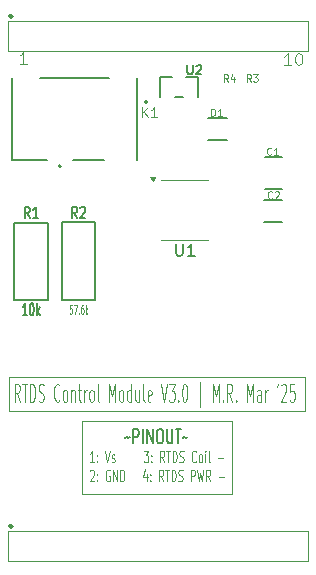
<source format=gbr>
%TF.GenerationSoftware,KiCad,Pcbnew,8.0.8*%
%TF.CreationDate,2025-03-19T16:23:09-04:00*%
%TF.ProjectId,RTDS Control Module V3.0,52544453-2043-46f6-9e74-726f6c204d6f,rev?*%
%TF.SameCoordinates,Original*%
%TF.FileFunction,Legend,Top*%
%TF.FilePolarity,Positive*%
%FSLAX46Y46*%
G04 Gerber Fmt 4.6, Leading zero omitted, Abs format (unit mm)*
G04 Created by KiCad (PCBNEW 8.0.8) date 2025-03-19 16:23:09*
%MOMM*%
%LPD*%
G01*
G04 APERTURE LIST*
%ADD10C,0.100000*%
%ADD11C,0.150000*%
%ADD12C,0.152400*%
%ADD13C,0.127000*%
%ADD14C,0.200000*%
%ADD15C,0.076200*%
%ADD16C,0.254000*%
%ADD17C,0.120000*%
G04 APERTURE END LIST*
D10*
X49600000Y-54250000D02*
X74700000Y-54250000D01*
X74700000Y-57150000D01*
X49600000Y-57150000D01*
X49600000Y-54250000D01*
X55800000Y-58050000D02*
X68500000Y-58050000D01*
X68500000Y-64150000D01*
X55800000Y-64150000D01*
X55800000Y-58050000D01*
X73485312Y-27872419D02*
X72913884Y-27872419D01*
X73199598Y-27872419D02*
X73199598Y-26872419D01*
X73199598Y-26872419D02*
X73104360Y-27015276D01*
X73104360Y-27015276D02*
X73009122Y-27110514D01*
X73009122Y-27110514D02*
X72913884Y-27158133D01*
X74104360Y-26872419D02*
X74199598Y-26872419D01*
X74199598Y-26872419D02*
X74294836Y-26920038D01*
X74294836Y-26920038D02*
X74342455Y-26967657D01*
X74342455Y-26967657D02*
X74390074Y-27062895D01*
X74390074Y-27062895D02*
X74437693Y-27253371D01*
X74437693Y-27253371D02*
X74437693Y-27491466D01*
X74437693Y-27491466D02*
X74390074Y-27681942D01*
X74390074Y-27681942D02*
X74342455Y-27777180D01*
X74342455Y-27777180D02*
X74294836Y-27824800D01*
X74294836Y-27824800D02*
X74199598Y-27872419D01*
X74199598Y-27872419D02*
X74104360Y-27872419D01*
X74104360Y-27872419D02*
X74009122Y-27824800D01*
X74009122Y-27824800D02*
X73961503Y-27777180D01*
X73961503Y-27777180D02*
X73913884Y-27681942D01*
X73913884Y-27681942D02*
X73866265Y-27491466D01*
X73866265Y-27491466D02*
X73866265Y-27253371D01*
X73866265Y-27253371D02*
X73913884Y-27062895D01*
X73913884Y-27062895D02*
X73961503Y-26967657D01*
X73961503Y-26967657D02*
X74009122Y-26920038D01*
X74009122Y-26920038D02*
X74104360Y-26872419D01*
X56822931Y-61512475D02*
X56480074Y-61512475D01*
X56651503Y-61512475D02*
X56651503Y-60512475D01*
X56651503Y-60512475D02*
X56594360Y-60655332D01*
X56594360Y-60655332D02*
X56537217Y-60750570D01*
X56537217Y-60750570D02*
X56480074Y-60798189D01*
X57080075Y-61417236D02*
X57108646Y-61464856D01*
X57108646Y-61464856D02*
X57080075Y-61512475D01*
X57080075Y-61512475D02*
X57051503Y-61464856D01*
X57051503Y-61464856D02*
X57080075Y-61417236D01*
X57080075Y-61417236D02*
X57080075Y-61512475D01*
X57080075Y-60893427D02*
X57108646Y-60941046D01*
X57108646Y-60941046D02*
X57080075Y-60988665D01*
X57080075Y-60988665D02*
X57051503Y-60941046D01*
X57051503Y-60941046D02*
X57080075Y-60893427D01*
X57080075Y-60893427D02*
X57080075Y-60988665D01*
X57737217Y-60512475D02*
X57937217Y-61512475D01*
X57937217Y-61512475D02*
X58137217Y-60512475D01*
X58308646Y-61464856D02*
X58365789Y-61512475D01*
X58365789Y-61512475D02*
X58480075Y-61512475D01*
X58480075Y-61512475D02*
X58537218Y-61464856D01*
X58537218Y-61464856D02*
X58565789Y-61369617D01*
X58565789Y-61369617D02*
X58565789Y-61321998D01*
X58565789Y-61321998D02*
X58537218Y-61226760D01*
X58537218Y-61226760D02*
X58480075Y-61179141D01*
X58480075Y-61179141D02*
X58394361Y-61179141D01*
X58394361Y-61179141D02*
X58337218Y-61131522D01*
X58337218Y-61131522D02*
X58308646Y-61036284D01*
X58308646Y-61036284D02*
X58308646Y-60988665D01*
X58308646Y-60988665D02*
X58337218Y-60893427D01*
X58337218Y-60893427D02*
X58394361Y-60845808D01*
X58394361Y-60845808D02*
X58480075Y-60845808D01*
X58480075Y-60845808D02*
X58537218Y-60893427D01*
X61051504Y-60512475D02*
X61422932Y-60512475D01*
X61422932Y-60512475D02*
X61222932Y-60893427D01*
X61222932Y-60893427D02*
X61308647Y-60893427D01*
X61308647Y-60893427D02*
X61365790Y-60941046D01*
X61365790Y-60941046D02*
X61394361Y-60988665D01*
X61394361Y-60988665D02*
X61422932Y-61083903D01*
X61422932Y-61083903D02*
X61422932Y-61321998D01*
X61422932Y-61321998D02*
X61394361Y-61417236D01*
X61394361Y-61417236D02*
X61365790Y-61464856D01*
X61365790Y-61464856D02*
X61308647Y-61512475D01*
X61308647Y-61512475D02*
X61137218Y-61512475D01*
X61137218Y-61512475D02*
X61080075Y-61464856D01*
X61080075Y-61464856D02*
X61051504Y-61417236D01*
X61680076Y-61417236D02*
X61708647Y-61464856D01*
X61708647Y-61464856D02*
X61680076Y-61512475D01*
X61680076Y-61512475D02*
X61651504Y-61464856D01*
X61651504Y-61464856D02*
X61680076Y-61417236D01*
X61680076Y-61417236D02*
X61680076Y-61512475D01*
X61680076Y-60893427D02*
X61708647Y-60941046D01*
X61708647Y-60941046D02*
X61680076Y-60988665D01*
X61680076Y-60988665D02*
X61651504Y-60941046D01*
X61651504Y-60941046D02*
X61680076Y-60893427D01*
X61680076Y-60893427D02*
X61680076Y-60988665D01*
X62765790Y-61512475D02*
X62565790Y-61036284D01*
X62422933Y-61512475D02*
X62422933Y-60512475D01*
X62422933Y-60512475D02*
X62651504Y-60512475D01*
X62651504Y-60512475D02*
X62708647Y-60560094D01*
X62708647Y-60560094D02*
X62737218Y-60607713D01*
X62737218Y-60607713D02*
X62765790Y-60702951D01*
X62765790Y-60702951D02*
X62765790Y-60845808D01*
X62765790Y-60845808D02*
X62737218Y-60941046D01*
X62737218Y-60941046D02*
X62708647Y-60988665D01*
X62708647Y-60988665D02*
X62651504Y-61036284D01*
X62651504Y-61036284D02*
X62422933Y-61036284D01*
X62937218Y-60512475D02*
X63280076Y-60512475D01*
X63108647Y-61512475D02*
X63108647Y-60512475D01*
X63480076Y-61512475D02*
X63480076Y-60512475D01*
X63480076Y-60512475D02*
X63622933Y-60512475D01*
X63622933Y-60512475D02*
X63708647Y-60560094D01*
X63708647Y-60560094D02*
X63765790Y-60655332D01*
X63765790Y-60655332D02*
X63794361Y-60750570D01*
X63794361Y-60750570D02*
X63822933Y-60941046D01*
X63822933Y-60941046D02*
X63822933Y-61083903D01*
X63822933Y-61083903D02*
X63794361Y-61274379D01*
X63794361Y-61274379D02*
X63765790Y-61369617D01*
X63765790Y-61369617D02*
X63708647Y-61464856D01*
X63708647Y-61464856D02*
X63622933Y-61512475D01*
X63622933Y-61512475D02*
X63480076Y-61512475D01*
X64051504Y-61464856D02*
X64137219Y-61512475D01*
X64137219Y-61512475D02*
X64280076Y-61512475D01*
X64280076Y-61512475D02*
X64337219Y-61464856D01*
X64337219Y-61464856D02*
X64365790Y-61417236D01*
X64365790Y-61417236D02*
X64394361Y-61321998D01*
X64394361Y-61321998D02*
X64394361Y-61226760D01*
X64394361Y-61226760D02*
X64365790Y-61131522D01*
X64365790Y-61131522D02*
X64337219Y-61083903D01*
X64337219Y-61083903D02*
X64280076Y-61036284D01*
X64280076Y-61036284D02*
X64165790Y-60988665D01*
X64165790Y-60988665D02*
X64108647Y-60941046D01*
X64108647Y-60941046D02*
X64080076Y-60893427D01*
X64080076Y-60893427D02*
X64051504Y-60798189D01*
X64051504Y-60798189D02*
X64051504Y-60702951D01*
X64051504Y-60702951D02*
X64080076Y-60607713D01*
X64080076Y-60607713D02*
X64108647Y-60560094D01*
X64108647Y-60560094D02*
X64165790Y-60512475D01*
X64165790Y-60512475D02*
X64308647Y-60512475D01*
X64308647Y-60512475D02*
X64394361Y-60560094D01*
X65451505Y-61417236D02*
X65422933Y-61464856D01*
X65422933Y-61464856D02*
X65337219Y-61512475D01*
X65337219Y-61512475D02*
X65280076Y-61512475D01*
X65280076Y-61512475D02*
X65194362Y-61464856D01*
X65194362Y-61464856D02*
X65137219Y-61369617D01*
X65137219Y-61369617D02*
X65108648Y-61274379D01*
X65108648Y-61274379D02*
X65080076Y-61083903D01*
X65080076Y-61083903D02*
X65080076Y-60941046D01*
X65080076Y-60941046D02*
X65108648Y-60750570D01*
X65108648Y-60750570D02*
X65137219Y-60655332D01*
X65137219Y-60655332D02*
X65194362Y-60560094D01*
X65194362Y-60560094D02*
X65280076Y-60512475D01*
X65280076Y-60512475D02*
X65337219Y-60512475D01*
X65337219Y-60512475D02*
X65422933Y-60560094D01*
X65422933Y-60560094D02*
X65451505Y-60607713D01*
X65794362Y-61512475D02*
X65737219Y-61464856D01*
X65737219Y-61464856D02*
X65708648Y-61417236D01*
X65708648Y-61417236D02*
X65680076Y-61321998D01*
X65680076Y-61321998D02*
X65680076Y-61036284D01*
X65680076Y-61036284D02*
X65708648Y-60941046D01*
X65708648Y-60941046D02*
X65737219Y-60893427D01*
X65737219Y-60893427D02*
X65794362Y-60845808D01*
X65794362Y-60845808D02*
X65880076Y-60845808D01*
X65880076Y-60845808D02*
X65937219Y-60893427D01*
X65937219Y-60893427D02*
X65965791Y-60941046D01*
X65965791Y-60941046D02*
X65994362Y-61036284D01*
X65994362Y-61036284D02*
X65994362Y-61321998D01*
X65994362Y-61321998D02*
X65965791Y-61417236D01*
X65965791Y-61417236D02*
X65937219Y-61464856D01*
X65937219Y-61464856D02*
X65880076Y-61512475D01*
X65880076Y-61512475D02*
X65794362Y-61512475D01*
X66251505Y-61512475D02*
X66251505Y-60845808D01*
X66251505Y-60512475D02*
X66222933Y-60560094D01*
X66222933Y-60560094D02*
X66251505Y-60607713D01*
X66251505Y-60607713D02*
X66280076Y-60560094D01*
X66280076Y-60560094D02*
X66251505Y-60512475D01*
X66251505Y-60512475D02*
X66251505Y-60607713D01*
X66622933Y-61512475D02*
X66565790Y-61464856D01*
X66565790Y-61464856D02*
X66537219Y-61369617D01*
X66537219Y-61369617D02*
X66537219Y-60512475D01*
X67308648Y-61131522D02*
X67765791Y-61131522D01*
X56480074Y-62217657D02*
X56508646Y-62170038D01*
X56508646Y-62170038D02*
X56565789Y-62122419D01*
X56565789Y-62122419D02*
X56708646Y-62122419D01*
X56708646Y-62122419D02*
X56765789Y-62170038D01*
X56765789Y-62170038D02*
X56794360Y-62217657D01*
X56794360Y-62217657D02*
X56822931Y-62312895D01*
X56822931Y-62312895D02*
X56822931Y-62408133D01*
X56822931Y-62408133D02*
X56794360Y-62550990D01*
X56794360Y-62550990D02*
X56451503Y-63122419D01*
X56451503Y-63122419D02*
X56822931Y-63122419D01*
X57080075Y-63027180D02*
X57108646Y-63074800D01*
X57108646Y-63074800D02*
X57080075Y-63122419D01*
X57080075Y-63122419D02*
X57051503Y-63074800D01*
X57051503Y-63074800D02*
X57080075Y-63027180D01*
X57080075Y-63027180D02*
X57080075Y-63122419D01*
X57080075Y-62503371D02*
X57108646Y-62550990D01*
X57108646Y-62550990D02*
X57080075Y-62598609D01*
X57080075Y-62598609D02*
X57051503Y-62550990D01*
X57051503Y-62550990D02*
X57080075Y-62503371D01*
X57080075Y-62503371D02*
X57080075Y-62598609D01*
X58137217Y-62170038D02*
X58080075Y-62122419D01*
X58080075Y-62122419D02*
X57994360Y-62122419D01*
X57994360Y-62122419D02*
X57908646Y-62170038D01*
X57908646Y-62170038D02*
X57851503Y-62265276D01*
X57851503Y-62265276D02*
X57822932Y-62360514D01*
X57822932Y-62360514D02*
X57794360Y-62550990D01*
X57794360Y-62550990D02*
X57794360Y-62693847D01*
X57794360Y-62693847D02*
X57822932Y-62884323D01*
X57822932Y-62884323D02*
X57851503Y-62979561D01*
X57851503Y-62979561D02*
X57908646Y-63074800D01*
X57908646Y-63074800D02*
X57994360Y-63122419D01*
X57994360Y-63122419D02*
X58051503Y-63122419D01*
X58051503Y-63122419D02*
X58137217Y-63074800D01*
X58137217Y-63074800D02*
X58165789Y-63027180D01*
X58165789Y-63027180D02*
X58165789Y-62693847D01*
X58165789Y-62693847D02*
X58051503Y-62693847D01*
X58422932Y-63122419D02*
X58422932Y-62122419D01*
X58422932Y-62122419D02*
X58765789Y-63122419D01*
X58765789Y-63122419D02*
X58765789Y-62122419D01*
X59051503Y-63122419D02*
X59051503Y-62122419D01*
X59051503Y-62122419D02*
X59194360Y-62122419D01*
X59194360Y-62122419D02*
X59280074Y-62170038D01*
X59280074Y-62170038D02*
X59337217Y-62265276D01*
X59337217Y-62265276D02*
X59365788Y-62360514D01*
X59365788Y-62360514D02*
X59394360Y-62550990D01*
X59394360Y-62550990D02*
X59394360Y-62693847D01*
X59394360Y-62693847D02*
X59365788Y-62884323D01*
X59365788Y-62884323D02*
X59337217Y-62979561D01*
X59337217Y-62979561D02*
X59280074Y-63074800D01*
X59280074Y-63074800D02*
X59194360Y-63122419D01*
X59194360Y-63122419D02*
X59051503Y-63122419D01*
X61280075Y-62455752D02*
X61280075Y-63122419D01*
X61137217Y-62074800D02*
X60994360Y-62789085D01*
X60994360Y-62789085D02*
X61365789Y-62789085D01*
X61594361Y-63027180D02*
X61622932Y-63074800D01*
X61622932Y-63074800D02*
X61594361Y-63122419D01*
X61594361Y-63122419D02*
X61565789Y-63074800D01*
X61565789Y-63074800D02*
X61594361Y-63027180D01*
X61594361Y-63027180D02*
X61594361Y-63122419D01*
X61594361Y-62503371D02*
X61622932Y-62550990D01*
X61622932Y-62550990D02*
X61594361Y-62598609D01*
X61594361Y-62598609D02*
X61565789Y-62550990D01*
X61565789Y-62550990D02*
X61594361Y-62503371D01*
X61594361Y-62503371D02*
X61594361Y-62598609D01*
X62680075Y-63122419D02*
X62480075Y-62646228D01*
X62337218Y-63122419D02*
X62337218Y-62122419D01*
X62337218Y-62122419D02*
X62565789Y-62122419D01*
X62565789Y-62122419D02*
X62622932Y-62170038D01*
X62622932Y-62170038D02*
X62651503Y-62217657D01*
X62651503Y-62217657D02*
X62680075Y-62312895D01*
X62680075Y-62312895D02*
X62680075Y-62455752D01*
X62680075Y-62455752D02*
X62651503Y-62550990D01*
X62651503Y-62550990D02*
X62622932Y-62598609D01*
X62622932Y-62598609D02*
X62565789Y-62646228D01*
X62565789Y-62646228D02*
X62337218Y-62646228D01*
X62851503Y-62122419D02*
X63194361Y-62122419D01*
X63022932Y-63122419D02*
X63022932Y-62122419D01*
X63394361Y-63122419D02*
X63394361Y-62122419D01*
X63394361Y-62122419D02*
X63537218Y-62122419D01*
X63537218Y-62122419D02*
X63622932Y-62170038D01*
X63622932Y-62170038D02*
X63680075Y-62265276D01*
X63680075Y-62265276D02*
X63708646Y-62360514D01*
X63708646Y-62360514D02*
X63737218Y-62550990D01*
X63737218Y-62550990D02*
X63737218Y-62693847D01*
X63737218Y-62693847D02*
X63708646Y-62884323D01*
X63708646Y-62884323D02*
X63680075Y-62979561D01*
X63680075Y-62979561D02*
X63622932Y-63074800D01*
X63622932Y-63074800D02*
X63537218Y-63122419D01*
X63537218Y-63122419D02*
X63394361Y-63122419D01*
X63965789Y-63074800D02*
X64051504Y-63122419D01*
X64051504Y-63122419D02*
X64194361Y-63122419D01*
X64194361Y-63122419D02*
X64251504Y-63074800D01*
X64251504Y-63074800D02*
X64280075Y-63027180D01*
X64280075Y-63027180D02*
X64308646Y-62931942D01*
X64308646Y-62931942D02*
X64308646Y-62836704D01*
X64308646Y-62836704D02*
X64280075Y-62741466D01*
X64280075Y-62741466D02*
X64251504Y-62693847D01*
X64251504Y-62693847D02*
X64194361Y-62646228D01*
X64194361Y-62646228D02*
X64080075Y-62598609D01*
X64080075Y-62598609D02*
X64022932Y-62550990D01*
X64022932Y-62550990D02*
X63994361Y-62503371D01*
X63994361Y-62503371D02*
X63965789Y-62408133D01*
X63965789Y-62408133D02*
X63965789Y-62312895D01*
X63965789Y-62312895D02*
X63994361Y-62217657D01*
X63994361Y-62217657D02*
X64022932Y-62170038D01*
X64022932Y-62170038D02*
X64080075Y-62122419D01*
X64080075Y-62122419D02*
X64222932Y-62122419D01*
X64222932Y-62122419D02*
X64308646Y-62170038D01*
X65022933Y-63122419D02*
X65022933Y-62122419D01*
X65022933Y-62122419D02*
X65251504Y-62122419D01*
X65251504Y-62122419D02*
X65308647Y-62170038D01*
X65308647Y-62170038D02*
X65337218Y-62217657D01*
X65337218Y-62217657D02*
X65365790Y-62312895D01*
X65365790Y-62312895D02*
X65365790Y-62455752D01*
X65365790Y-62455752D02*
X65337218Y-62550990D01*
X65337218Y-62550990D02*
X65308647Y-62598609D01*
X65308647Y-62598609D02*
X65251504Y-62646228D01*
X65251504Y-62646228D02*
X65022933Y-62646228D01*
X65565790Y-62122419D02*
X65708647Y-63122419D01*
X65708647Y-63122419D02*
X65822933Y-62408133D01*
X65822933Y-62408133D02*
X65937218Y-63122419D01*
X65937218Y-63122419D02*
X66080076Y-62122419D01*
X66651504Y-63122419D02*
X66451504Y-62646228D01*
X66308647Y-63122419D02*
X66308647Y-62122419D01*
X66308647Y-62122419D02*
X66537218Y-62122419D01*
X66537218Y-62122419D02*
X66594361Y-62170038D01*
X66594361Y-62170038D02*
X66622932Y-62217657D01*
X66622932Y-62217657D02*
X66651504Y-62312895D01*
X66651504Y-62312895D02*
X66651504Y-62455752D01*
X66651504Y-62455752D02*
X66622932Y-62550990D01*
X66622932Y-62550990D02*
X66594361Y-62598609D01*
X66594361Y-62598609D02*
X66537218Y-62646228D01*
X66537218Y-62646228D02*
X66308647Y-62646228D01*
X67365790Y-62741466D02*
X67822933Y-62741466D01*
D11*
X59456065Y-59438200D02*
X59494160Y-59381057D01*
X59494160Y-59381057D02*
X59570351Y-59323914D01*
X59570351Y-59323914D02*
X59722732Y-59438200D01*
X59722732Y-59438200D02*
X59798922Y-59381057D01*
X59798922Y-59381057D02*
X59837017Y-59323914D01*
X60141780Y-59895342D02*
X60141780Y-58695342D01*
X60141780Y-58695342D02*
X60446542Y-58695342D01*
X60446542Y-58695342D02*
X60522732Y-58752485D01*
X60522732Y-58752485D02*
X60560827Y-58809628D01*
X60560827Y-58809628D02*
X60598923Y-58923914D01*
X60598923Y-58923914D02*
X60598923Y-59095342D01*
X60598923Y-59095342D02*
X60560827Y-59209628D01*
X60560827Y-59209628D02*
X60522732Y-59266771D01*
X60522732Y-59266771D02*
X60446542Y-59323914D01*
X60446542Y-59323914D02*
X60141780Y-59323914D01*
X60941780Y-59895342D02*
X60941780Y-58695342D01*
X61322732Y-59895342D02*
X61322732Y-58695342D01*
X61322732Y-58695342D02*
X61779875Y-59895342D01*
X61779875Y-59895342D02*
X61779875Y-58695342D01*
X62313208Y-58695342D02*
X62465589Y-58695342D01*
X62465589Y-58695342D02*
X62541779Y-58752485D01*
X62541779Y-58752485D02*
X62617970Y-58866771D01*
X62617970Y-58866771D02*
X62656065Y-59095342D01*
X62656065Y-59095342D02*
X62656065Y-59495342D01*
X62656065Y-59495342D02*
X62617970Y-59723914D01*
X62617970Y-59723914D02*
X62541779Y-59838200D01*
X62541779Y-59838200D02*
X62465589Y-59895342D01*
X62465589Y-59895342D02*
X62313208Y-59895342D01*
X62313208Y-59895342D02*
X62237017Y-59838200D01*
X62237017Y-59838200D02*
X62160827Y-59723914D01*
X62160827Y-59723914D02*
X62122731Y-59495342D01*
X62122731Y-59495342D02*
X62122731Y-59095342D01*
X62122731Y-59095342D02*
X62160827Y-58866771D01*
X62160827Y-58866771D02*
X62237017Y-58752485D01*
X62237017Y-58752485D02*
X62313208Y-58695342D01*
X62998922Y-58695342D02*
X62998922Y-59666771D01*
X62998922Y-59666771D02*
X63037017Y-59781057D01*
X63037017Y-59781057D02*
X63075112Y-59838200D01*
X63075112Y-59838200D02*
X63151303Y-59895342D01*
X63151303Y-59895342D02*
X63303684Y-59895342D01*
X63303684Y-59895342D02*
X63379874Y-59838200D01*
X63379874Y-59838200D02*
X63417969Y-59781057D01*
X63417969Y-59781057D02*
X63456065Y-59666771D01*
X63456065Y-59666771D02*
X63456065Y-58695342D01*
X63722731Y-58695342D02*
X64179874Y-58695342D01*
X63951302Y-59895342D02*
X63951302Y-58695342D01*
X64332255Y-59438200D02*
X64370350Y-59381057D01*
X64370350Y-59381057D02*
X64446541Y-59323914D01*
X64446541Y-59323914D02*
X64598922Y-59438200D01*
X64598922Y-59438200D02*
X64675112Y-59381057D01*
X64675112Y-59381057D02*
X64713207Y-59323914D01*
X51142856Y-49054819D02*
X50799999Y-49054819D01*
X50971428Y-49054819D02*
X50971428Y-48054819D01*
X50971428Y-48054819D02*
X50914285Y-48197676D01*
X50914285Y-48197676D02*
X50857142Y-48292914D01*
X50857142Y-48292914D02*
X50799999Y-48340533D01*
X51514285Y-48054819D02*
X51571428Y-48054819D01*
X51571428Y-48054819D02*
X51628571Y-48102438D01*
X51628571Y-48102438D02*
X51657143Y-48150057D01*
X51657143Y-48150057D02*
X51685714Y-48245295D01*
X51685714Y-48245295D02*
X51714285Y-48435771D01*
X51714285Y-48435771D02*
X51714285Y-48673866D01*
X51714285Y-48673866D02*
X51685714Y-48864342D01*
X51685714Y-48864342D02*
X51657143Y-48959580D01*
X51657143Y-48959580D02*
X51628571Y-49007200D01*
X51628571Y-49007200D02*
X51571428Y-49054819D01*
X51571428Y-49054819D02*
X51514285Y-49054819D01*
X51514285Y-49054819D02*
X51457143Y-49007200D01*
X51457143Y-49007200D02*
X51428571Y-48959580D01*
X51428571Y-48959580D02*
X51400000Y-48864342D01*
X51400000Y-48864342D02*
X51371428Y-48673866D01*
X51371428Y-48673866D02*
X51371428Y-48435771D01*
X51371428Y-48435771D02*
X51400000Y-48245295D01*
X51400000Y-48245295D02*
X51428571Y-48150057D01*
X51428571Y-48150057D02*
X51457143Y-48102438D01*
X51457143Y-48102438D02*
X51514285Y-48054819D01*
X51971429Y-49054819D02*
X51971429Y-48054819D01*
X52028572Y-48673866D02*
X52200000Y-49054819D01*
X52200000Y-48388152D02*
X51971429Y-48769104D01*
D10*
X51101503Y-27772419D02*
X50530075Y-27772419D01*
X50815789Y-27772419D02*
X50815789Y-26772419D01*
X50815789Y-26772419D02*
X50720551Y-26915276D01*
X50720551Y-26915276D02*
X50625313Y-27010514D01*
X50625313Y-27010514D02*
X50530075Y-27058133D01*
X50522931Y-56361228D02*
X50272931Y-55646942D01*
X50094360Y-56361228D02*
X50094360Y-54861228D01*
X50094360Y-54861228D02*
X50380074Y-54861228D01*
X50380074Y-54861228D02*
X50451503Y-54932657D01*
X50451503Y-54932657D02*
X50487217Y-55004085D01*
X50487217Y-55004085D02*
X50522931Y-55146942D01*
X50522931Y-55146942D02*
X50522931Y-55361228D01*
X50522931Y-55361228D02*
X50487217Y-55504085D01*
X50487217Y-55504085D02*
X50451503Y-55575514D01*
X50451503Y-55575514D02*
X50380074Y-55646942D01*
X50380074Y-55646942D02*
X50094360Y-55646942D01*
X50737217Y-54861228D02*
X51165789Y-54861228D01*
X50951503Y-56361228D02*
X50951503Y-54861228D01*
X51415789Y-56361228D02*
X51415789Y-54861228D01*
X51415789Y-54861228D02*
X51594360Y-54861228D01*
X51594360Y-54861228D02*
X51701503Y-54932657D01*
X51701503Y-54932657D02*
X51772932Y-55075514D01*
X51772932Y-55075514D02*
X51808646Y-55218371D01*
X51808646Y-55218371D02*
X51844360Y-55504085D01*
X51844360Y-55504085D02*
X51844360Y-55718371D01*
X51844360Y-55718371D02*
X51808646Y-56004085D01*
X51808646Y-56004085D02*
X51772932Y-56146942D01*
X51772932Y-56146942D02*
X51701503Y-56289800D01*
X51701503Y-56289800D02*
X51594360Y-56361228D01*
X51594360Y-56361228D02*
X51415789Y-56361228D01*
X52130075Y-56289800D02*
X52237218Y-56361228D01*
X52237218Y-56361228D02*
X52415789Y-56361228D01*
X52415789Y-56361228D02*
X52487218Y-56289800D01*
X52487218Y-56289800D02*
X52522932Y-56218371D01*
X52522932Y-56218371D02*
X52558646Y-56075514D01*
X52558646Y-56075514D02*
X52558646Y-55932657D01*
X52558646Y-55932657D02*
X52522932Y-55789800D01*
X52522932Y-55789800D02*
X52487218Y-55718371D01*
X52487218Y-55718371D02*
X52415789Y-55646942D01*
X52415789Y-55646942D02*
X52272932Y-55575514D01*
X52272932Y-55575514D02*
X52201503Y-55504085D01*
X52201503Y-55504085D02*
X52165789Y-55432657D01*
X52165789Y-55432657D02*
X52130075Y-55289800D01*
X52130075Y-55289800D02*
X52130075Y-55146942D01*
X52130075Y-55146942D02*
X52165789Y-55004085D01*
X52165789Y-55004085D02*
X52201503Y-54932657D01*
X52201503Y-54932657D02*
X52272932Y-54861228D01*
X52272932Y-54861228D02*
X52451503Y-54861228D01*
X52451503Y-54861228D02*
X52558646Y-54932657D01*
X53880075Y-56218371D02*
X53844361Y-56289800D01*
X53844361Y-56289800D02*
X53737218Y-56361228D01*
X53737218Y-56361228D02*
X53665790Y-56361228D01*
X53665790Y-56361228D02*
X53558647Y-56289800D01*
X53558647Y-56289800D02*
X53487218Y-56146942D01*
X53487218Y-56146942D02*
X53451504Y-56004085D01*
X53451504Y-56004085D02*
X53415790Y-55718371D01*
X53415790Y-55718371D02*
X53415790Y-55504085D01*
X53415790Y-55504085D02*
X53451504Y-55218371D01*
X53451504Y-55218371D02*
X53487218Y-55075514D01*
X53487218Y-55075514D02*
X53558647Y-54932657D01*
X53558647Y-54932657D02*
X53665790Y-54861228D01*
X53665790Y-54861228D02*
X53737218Y-54861228D01*
X53737218Y-54861228D02*
X53844361Y-54932657D01*
X53844361Y-54932657D02*
X53880075Y-55004085D01*
X54308647Y-56361228D02*
X54237218Y-56289800D01*
X54237218Y-56289800D02*
X54201504Y-56218371D01*
X54201504Y-56218371D02*
X54165790Y-56075514D01*
X54165790Y-56075514D02*
X54165790Y-55646942D01*
X54165790Y-55646942D02*
X54201504Y-55504085D01*
X54201504Y-55504085D02*
X54237218Y-55432657D01*
X54237218Y-55432657D02*
X54308647Y-55361228D01*
X54308647Y-55361228D02*
X54415790Y-55361228D01*
X54415790Y-55361228D02*
X54487218Y-55432657D01*
X54487218Y-55432657D02*
X54522933Y-55504085D01*
X54522933Y-55504085D02*
X54558647Y-55646942D01*
X54558647Y-55646942D02*
X54558647Y-56075514D01*
X54558647Y-56075514D02*
X54522933Y-56218371D01*
X54522933Y-56218371D02*
X54487218Y-56289800D01*
X54487218Y-56289800D02*
X54415790Y-56361228D01*
X54415790Y-56361228D02*
X54308647Y-56361228D01*
X54880075Y-55361228D02*
X54880075Y-56361228D01*
X54880075Y-55504085D02*
X54915789Y-55432657D01*
X54915789Y-55432657D02*
X54987218Y-55361228D01*
X54987218Y-55361228D02*
X55094361Y-55361228D01*
X55094361Y-55361228D02*
X55165789Y-55432657D01*
X55165789Y-55432657D02*
X55201504Y-55575514D01*
X55201504Y-55575514D02*
X55201504Y-56361228D01*
X55451503Y-55361228D02*
X55737217Y-55361228D01*
X55558646Y-54861228D02*
X55558646Y-56146942D01*
X55558646Y-56146942D02*
X55594360Y-56289800D01*
X55594360Y-56289800D02*
X55665789Y-56361228D01*
X55665789Y-56361228D02*
X55737217Y-56361228D01*
X55987217Y-56361228D02*
X55987217Y-55361228D01*
X55987217Y-55646942D02*
X56022931Y-55504085D01*
X56022931Y-55504085D02*
X56058646Y-55432657D01*
X56058646Y-55432657D02*
X56130074Y-55361228D01*
X56130074Y-55361228D02*
X56201503Y-55361228D01*
X56558646Y-56361228D02*
X56487217Y-56289800D01*
X56487217Y-56289800D02*
X56451503Y-56218371D01*
X56451503Y-56218371D02*
X56415789Y-56075514D01*
X56415789Y-56075514D02*
X56415789Y-55646942D01*
X56415789Y-55646942D02*
X56451503Y-55504085D01*
X56451503Y-55504085D02*
X56487217Y-55432657D01*
X56487217Y-55432657D02*
X56558646Y-55361228D01*
X56558646Y-55361228D02*
X56665789Y-55361228D01*
X56665789Y-55361228D02*
X56737217Y-55432657D01*
X56737217Y-55432657D02*
X56772932Y-55504085D01*
X56772932Y-55504085D02*
X56808646Y-55646942D01*
X56808646Y-55646942D02*
X56808646Y-56075514D01*
X56808646Y-56075514D02*
X56772932Y-56218371D01*
X56772932Y-56218371D02*
X56737217Y-56289800D01*
X56737217Y-56289800D02*
X56665789Y-56361228D01*
X56665789Y-56361228D02*
X56558646Y-56361228D01*
X57237217Y-56361228D02*
X57165788Y-56289800D01*
X57165788Y-56289800D02*
X57130074Y-56146942D01*
X57130074Y-56146942D02*
X57130074Y-54861228D01*
X58094360Y-56361228D02*
X58094360Y-54861228D01*
X58094360Y-54861228D02*
X58344360Y-55932657D01*
X58344360Y-55932657D02*
X58594360Y-54861228D01*
X58594360Y-54861228D02*
X58594360Y-56361228D01*
X59058646Y-56361228D02*
X58987217Y-56289800D01*
X58987217Y-56289800D02*
X58951503Y-56218371D01*
X58951503Y-56218371D02*
X58915789Y-56075514D01*
X58915789Y-56075514D02*
X58915789Y-55646942D01*
X58915789Y-55646942D02*
X58951503Y-55504085D01*
X58951503Y-55504085D02*
X58987217Y-55432657D01*
X58987217Y-55432657D02*
X59058646Y-55361228D01*
X59058646Y-55361228D02*
X59165789Y-55361228D01*
X59165789Y-55361228D02*
X59237217Y-55432657D01*
X59237217Y-55432657D02*
X59272932Y-55504085D01*
X59272932Y-55504085D02*
X59308646Y-55646942D01*
X59308646Y-55646942D02*
X59308646Y-56075514D01*
X59308646Y-56075514D02*
X59272932Y-56218371D01*
X59272932Y-56218371D02*
X59237217Y-56289800D01*
X59237217Y-56289800D02*
X59165789Y-56361228D01*
X59165789Y-56361228D02*
X59058646Y-56361228D01*
X59951503Y-56361228D02*
X59951503Y-54861228D01*
X59951503Y-56289800D02*
X59880074Y-56361228D01*
X59880074Y-56361228D02*
X59737217Y-56361228D01*
X59737217Y-56361228D02*
X59665788Y-56289800D01*
X59665788Y-56289800D02*
X59630074Y-56218371D01*
X59630074Y-56218371D02*
X59594360Y-56075514D01*
X59594360Y-56075514D02*
X59594360Y-55646942D01*
X59594360Y-55646942D02*
X59630074Y-55504085D01*
X59630074Y-55504085D02*
X59665788Y-55432657D01*
X59665788Y-55432657D02*
X59737217Y-55361228D01*
X59737217Y-55361228D02*
X59880074Y-55361228D01*
X59880074Y-55361228D02*
X59951503Y-55432657D01*
X60630074Y-55361228D02*
X60630074Y-56361228D01*
X60308645Y-55361228D02*
X60308645Y-56146942D01*
X60308645Y-56146942D02*
X60344359Y-56289800D01*
X60344359Y-56289800D02*
X60415788Y-56361228D01*
X60415788Y-56361228D02*
X60522931Y-56361228D01*
X60522931Y-56361228D02*
X60594359Y-56289800D01*
X60594359Y-56289800D02*
X60630074Y-56218371D01*
X61094359Y-56361228D02*
X61022930Y-56289800D01*
X61022930Y-56289800D02*
X60987216Y-56146942D01*
X60987216Y-56146942D02*
X60987216Y-54861228D01*
X61665787Y-56289800D02*
X61594359Y-56361228D01*
X61594359Y-56361228D02*
X61451502Y-56361228D01*
X61451502Y-56361228D02*
X61380073Y-56289800D01*
X61380073Y-56289800D02*
X61344359Y-56146942D01*
X61344359Y-56146942D02*
X61344359Y-55575514D01*
X61344359Y-55575514D02*
X61380073Y-55432657D01*
X61380073Y-55432657D02*
X61451502Y-55361228D01*
X61451502Y-55361228D02*
X61594359Y-55361228D01*
X61594359Y-55361228D02*
X61665787Y-55432657D01*
X61665787Y-55432657D02*
X61701502Y-55575514D01*
X61701502Y-55575514D02*
X61701502Y-55718371D01*
X61701502Y-55718371D02*
X61344359Y-55861228D01*
X62487216Y-54861228D02*
X62737216Y-56361228D01*
X62737216Y-56361228D02*
X62987216Y-54861228D01*
X63165787Y-54861228D02*
X63630073Y-54861228D01*
X63630073Y-54861228D02*
X63380073Y-55432657D01*
X63380073Y-55432657D02*
X63487216Y-55432657D01*
X63487216Y-55432657D02*
X63558645Y-55504085D01*
X63558645Y-55504085D02*
X63594359Y-55575514D01*
X63594359Y-55575514D02*
X63630073Y-55718371D01*
X63630073Y-55718371D02*
X63630073Y-56075514D01*
X63630073Y-56075514D02*
X63594359Y-56218371D01*
X63594359Y-56218371D02*
X63558645Y-56289800D01*
X63558645Y-56289800D02*
X63487216Y-56361228D01*
X63487216Y-56361228D02*
X63272930Y-56361228D01*
X63272930Y-56361228D02*
X63201502Y-56289800D01*
X63201502Y-56289800D02*
X63165787Y-56218371D01*
X63951502Y-56218371D02*
X63987216Y-56289800D01*
X63987216Y-56289800D02*
X63951502Y-56361228D01*
X63951502Y-56361228D02*
X63915788Y-56289800D01*
X63915788Y-56289800D02*
X63951502Y-56218371D01*
X63951502Y-56218371D02*
X63951502Y-56361228D01*
X64451502Y-54861228D02*
X64522931Y-54861228D01*
X64522931Y-54861228D02*
X64594359Y-54932657D01*
X64594359Y-54932657D02*
X64630074Y-55004085D01*
X64630074Y-55004085D02*
X64665788Y-55146942D01*
X64665788Y-55146942D02*
X64701502Y-55432657D01*
X64701502Y-55432657D02*
X64701502Y-55789800D01*
X64701502Y-55789800D02*
X64665788Y-56075514D01*
X64665788Y-56075514D02*
X64630074Y-56218371D01*
X64630074Y-56218371D02*
X64594359Y-56289800D01*
X64594359Y-56289800D02*
X64522931Y-56361228D01*
X64522931Y-56361228D02*
X64451502Y-56361228D01*
X64451502Y-56361228D02*
X64380074Y-56289800D01*
X64380074Y-56289800D02*
X64344359Y-56218371D01*
X64344359Y-56218371D02*
X64308645Y-56075514D01*
X64308645Y-56075514D02*
X64272931Y-55789800D01*
X64272931Y-55789800D02*
X64272931Y-55432657D01*
X64272931Y-55432657D02*
X64308645Y-55146942D01*
X64308645Y-55146942D02*
X64344359Y-55004085D01*
X64344359Y-55004085D02*
X64380074Y-54932657D01*
X64380074Y-54932657D02*
X64451502Y-54861228D01*
X65772931Y-56861228D02*
X65772931Y-54718371D01*
X66880075Y-56361228D02*
X66880075Y-54861228D01*
X66880075Y-54861228D02*
X67130075Y-55932657D01*
X67130075Y-55932657D02*
X67380075Y-54861228D01*
X67380075Y-54861228D02*
X67380075Y-56361228D01*
X67737218Y-56218371D02*
X67772932Y-56289800D01*
X67772932Y-56289800D02*
X67737218Y-56361228D01*
X67737218Y-56361228D02*
X67701504Y-56289800D01*
X67701504Y-56289800D02*
X67737218Y-56218371D01*
X67737218Y-56218371D02*
X67737218Y-56361228D01*
X68522932Y-56361228D02*
X68272932Y-55646942D01*
X68094361Y-56361228D02*
X68094361Y-54861228D01*
X68094361Y-54861228D02*
X68380075Y-54861228D01*
X68380075Y-54861228D02*
X68451504Y-54932657D01*
X68451504Y-54932657D02*
X68487218Y-55004085D01*
X68487218Y-55004085D02*
X68522932Y-55146942D01*
X68522932Y-55146942D02*
X68522932Y-55361228D01*
X68522932Y-55361228D02*
X68487218Y-55504085D01*
X68487218Y-55504085D02*
X68451504Y-55575514D01*
X68451504Y-55575514D02*
X68380075Y-55646942D01*
X68380075Y-55646942D02*
X68094361Y-55646942D01*
X68844361Y-56218371D02*
X68880075Y-56289800D01*
X68880075Y-56289800D02*
X68844361Y-56361228D01*
X68844361Y-56361228D02*
X68808647Y-56289800D01*
X68808647Y-56289800D02*
X68844361Y-56218371D01*
X68844361Y-56218371D02*
X68844361Y-56361228D01*
X69772933Y-56361228D02*
X69772933Y-54861228D01*
X69772933Y-54861228D02*
X70022933Y-55932657D01*
X70022933Y-55932657D02*
X70272933Y-54861228D01*
X70272933Y-54861228D02*
X70272933Y-56361228D01*
X70951505Y-56361228D02*
X70951505Y-55575514D01*
X70951505Y-55575514D02*
X70915790Y-55432657D01*
X70915790Y-55432657D02*
X70844362Y-55361228D01*
X70844362Y-55361228D02*
X70701505Y-55361228D01*
X70701505Y-55361228D02*
X70630076Y-55432657D01*
X70951505Y-56289800D02*
X70880076Y-56361228D01*
X70880076Y-56361228D02*
X70701505Y-56361228D01*
X70701505Y-56361228D02*
X70630076Y-56289800D01*
X70630076Y-56289800D02*
X70594362Y-56146942D01*
X70594362Y-56146942D02*
X70594362Y-56004085D01*
X70594362Y-56004085D02*
X70630076Y-55861228D01*
X70630076Y-55861228D02*
X70701505Y-55789800D01*
X70701505Y-55789800D02*
X70880076Y-55789800D01*
X70880076Y-55789800D02*
X70951505Y-55718371D01*
X71308647Y-56361228D02*
X71308647Y-55361228D01*
X71308647Y-55646942D02*
X71344361Y-55504085D01*
X71344361Y-55504085D02*
X71380076Y-55432657D01*
X71380076Y-55432657D02*
X71451504Y-55361228D01*
X71451504Y-55361228D02*
X71522933Y-55361228D01*
X72380076Y-54861228D02*
X72308648Y-55146942D01*
X72665791Y-55004085D02*
X72701505Y-54932657D01*
X72701505Y-54932657D02*
X72772934Y-54861228D01*
X72772934Y-54861228D02*
X72951505Y-54861228D01*
X72951505Y-54861228D02*
X73022934Y-54932657D01*
X73022934Y-54932657D02*
X73058648Y-55004085D01*
X73058648Y-55004085D02*
X73094362Y-55146942D01*
X73094362Y-55146942D02*
X73094362Y-55289800D01*
X73094362Y-55289800D02*
X73058648Y-55504085D01*
X73058648Y-55504085D02*
X72630076Y-56361228D01*
X72630076Y-56361228D02*
X73094362Y-56361228D01*
X73772934Y-54861228D02*
X73415791Y-54861228D01*
X73415791Y-54861228D02*
X73380077Y-55575514D01*
X73380077Y-55575514D02*
X73415791Y-55504085D01*
X73415791Y-55504085D02*
X73487220Y-55432657D01*
X73487220Y-55432657D02*
X73665791Y-55432657D01*
X73665791Y-55432657D02*
X73737220Y-55504085D01*
X73737220Y-55504085D02*
X73772934Y-55575514D01*
X73772934Y-55575514D02*
X73808648Y-55718371D01*
X73808648Y-55718371D02*
X73808648Y-56075514D01*
X73808648Y-56075514D02*
X73772934Y-56218371D01*
X73772934Y-56218371D02*
X73737220Y-56289800D01*
X73737220Y-56289800D02*
X73665791Y-56361228D01*
X73665791Y-56361228D02*
X73487220Y-56361228D01*
X73487220Y-56361228D02*
X73415791Y-56289800D01*
X73415791Y-56289800D02*
X73380077Y-56218371D01*
X54957143Y-48191764D02*
X54766667Y-48191764D01*
X54766667Y-48191764D02*
X54747619Y-48548907D01*
X54747619Y-48548907D02*
X54766667Y-48513192D01*
X54766667Y-48513192D02*
X54804762Y-48477478D01*
X54804762Y-48477478D02*
X54900000Y-48477478D01*
X54900000Y-48477478D02*
X54938095Y-48513192D01*
X54938095Y-48513192D02*
X54957143Y-48548907D01*
X54957143Y-48548907D02*
X54976190Y-48620335D01*
X54976190Y-48620335D02*
X54976190Y-48798907D01*
X54976190Y-48798907D02*
X54957143Y-48870335D01*
X54957143Y-48870335D02*
X54938095Y-48906050D01*
X54938095Y-48906050D02*
X54900000Y-48941764D01*
X54900000Y-48941764D02*
X54804762Y-48941764D01*
X54804762Y-48941764D02*
X54766667Y-48906050D01*
X54766667Y-48906050D02*
X54747619Y-48870335D01*
X55109523Y-48191764D02*
X55376190Y-48191764D01*
X55376190Y-48191764D02*
X55204761Y-48941764D01*
X55528571Y-48870335D02*
X55547618Y-48906050D01*
X55547618Y-48906050D02*
X55528571Y-48941764D01*
X55528571Y-48941764D02*
X55509523Y-48906050D01*
X55509523Y-48906050D02*
X55528571Y-48870335D01*
X55528571Y-48870335D02*
X55528571Y-48941764D01*
X55890475Y-48191764D02*
X55814285Y-48191764D01*
X55814285Y-48191764D02*
X55776189Y-48227478D01*
X55776189Y-48227478D02*
X55757142Y-48263192D01*
X55757142Y-48263192D02*
X55719047Y-48370335D01*
X55719047Y-48370335D02*
X55699999Y-48513192D01*
X55699999Y-48513192D02*
X55699999Y-48798907D01*
X55699999Y-48798907D02*
X55719047Y-48870335D01*
X55719047Y-48870335D02*
X55738094Y-48906050D01*
X55738094Y-48906050D02*
X55776189Y-48941764D01*
X55776189Y-48941764D02*
X55852380Y-48941764D01*
X55852380Y-48941764D02*
X55890475Y-48906050D01*
X55890475Y-48906050D02*
X55909523Y-48870335D01*
X55909523Y-48870335D02*
X55928570Y-48798907D01*
X55928570Y-48798907D02*
X55928570Y-48620335D01*
X55928570Y-48620335D02*
X55909523Y-48548907D01*
X55909523Y-48548907D02*
X55890475Y-48513192D01*
X55890475Y-48513192D02*
X55852380Y-48477478D01*
X55852380Y-48477478D02*
X55776189Y-48477478D01*
X55776189Y-48477478D02*
X55738094Y-48513192D01*
X55738094Y-48513192D02*
X55719047Y-48548907D01*
X55719047Y-48548907D02*
X55699999Y-48620335D01*
X56099999Y-48941764D02*
X56099999Y-48191764D01*
X56138094Y-48656050D02*
X56252380Y-48941764D01*
X56252380Y-48441764D02*
X56099999Y-48727478D01*
X68150000Y-29272371D02*
X67950000Y-28986657D01*
X67807143Y-29272371D02*
X67807143Y-28672371D01*
X67807143Y-28672371D02*
X68035714Y-28672371D01*
X68035714Y-28672371D02*
X68092857Y-28700942D01*
X68092857Y-28700942D02*
X68121428Y-28729514D01*
X68121428Y-28729514D02*
X68150000Y-28786657D01*
X68150000Y-28786657D02*
X68150000Y-28872371D01*
X68150000Y-28872371D02*
X68121428Y-28929514D01*
X68121428Y-28929514D02*
X68092857Y-28958085D01*
X68092857Y-28958085D02*
X68035714Y-28986657D01*
X68035714Y-28986657D02*
X67807143Y-28986657D01*
X68664286Y-28872371D02*
X68664286Y-29272371D01*
X68521428Y-28643800D02*
X68378571Y-29072371D01*
X68378571Y-29072371D02*
X68750000Y-29072371D01*
D11*
X64728571Y-27889164D02*
X64728571Y-28496307D01*
X64728571Y-28496307D02*
X64764285Y-28567735D01*
X64764285Y-28567735D02*
X64800000Y-28603450D01*
X64800000Y-28603450D02*
X64871428Y-28639164D01*
X64871428Y-28639164D02*
X65014285Y-28639164D01*
X65014285Y-28639164D02*
X65085714Y-28603450D01*
X65085714Y-28603450D02*
X65121428Y-28567735D01*
X65121428Y-28567735D02*
X65157142Y-28496307D01*
X65157142Y-28496307D02*
X65157142Y-27889164D01*
X65478571Y-27960592D02*
X65514285Y-27924878D01*
X65514285Y-27924878D02*
X65585714Y-27889164D01*
X65585714Y-27889164D02*
X65764285Y-27889164D01*
X65764285Y-27889164D02*
X65835714Y-27924878D01*
X65835714Y-27924878D02*
X65871428Y-27960592D01*
X65871428Y-27960592D02*
X65907142Y-28032021D01*
X65907142Y-28032021D02*
X65907142Y-28103450D01*
X65907142Y-28103450D02*
X65871428Y-28210592D01*
X65871428Y-28210592D02*
X65442856Y-28639164D01*
X65442856Y-28639164D02*
X65907142Y-28639164D01*
D10*
X66757143Y-32172371D02*
X66757143Y-31572371D01*
X66757143Y-31572371D02*
X66900000Y-31572371D01*
X66900000Y-31572371D02*
X66985714Y-31600942D01*
X66985714Y-31600942D02*
X67042857Y-31658085D01*
X67042857Y-31658085D02*
X67071428Y-31715228D01*
X67071428Y-31715228D02*
X67100000Y-31829514D01*
X67100000Y-31829514D02*
X67100000Y-31915228D01*
X67100000Y-31915228D02*
X67071428Y-32029514D01*
X67071428Y-32029514D02*
X67042857Y-32086657D01*
X67042857Y-32086657D02*
X66985714Y-32143800D01*
X66985714Y-32143800D02*
X66900000Y-32172371D01*
X66900000Y-32172371D02*
X66757143Y-32172371D01*
X67671428Y-32172371D02*
X67328571Y-32172371D01*
X67500000Y-32172371D02*
X67500000Y-31572371D01*
X67500000Y-31572371D02*
X67442857Y-31658085D01*
X67442857Y-31658085D02*
X67385714Y-31715228D01*
X67385714Y-31715228D02*
X67328571Y-31743800D01*
D11*
X55374999Y-40854819D02*
X55124999Y-40378628D01*
X54946428Y-40854819D02*
X54946428Y-39854819D01*
X54946428Y-39854819D02*
X55232142Y-39854819D01*
X55232142Y-39854819D02*
X55303571Y-39902438D01*
X55303571Y-39902438D02*
X55339285Y-39950057D01*
X55339285Y-39950057D02*
X55374999Y-40045295D01*
X55374999Y-40045295D02*
X55374999Y-40188152D01*
X55374999Y-40188152D02*
X55339285Y-40283390D01*
X55339285Y-40283390D02*
X55303571Y-40331009D01*
X55303571Y-40331009D02*
X55232142Y-40378628D01*
X55232142Y-40378628D02*
X54946428Y-40378628D01*
X55660714Y-39950057D02*
X55696428Y-39902438D01*
X55696428Y-39902438D02*
X55767857Y-39854819D01*
X55767857Y-39854819D02*
X55946428Y-39854819D01*
X55946428Y-39854819D02*
X56017857Y-39902438D01*
X56017857Y-39902438D02*
X56053571Y-39950057D01*
X56053571Y-39950057D02*
X56089285Y-40045295D01*
X56089285Y-40045295D02*
X56089285Y-40140533D01*
X56089285Y-40140533D02*
X56053571Y-40283390D01*
X56053571Y-40283390D02*
X55624999Y-40854819D01*
X55624999Y-40854819D02*
X56089285Y-40854819D01*
D10*
X60909524Y-32264895D02*
X60909524Y-31464895D01*
X61366667Y-32264895D02*
X61023809Y-31807752D01*
X61366667Y-31464895D02*
X60909524Y-31922038D01*
X62128571Y-32264895D02*
X61671428Y-32264895D01*
X61900000Y-32264895D02*
X61900000Y-31464895D01*
X61900000Y-31464895D02*
X61823809Y-31579180D01*
X61823809Y-31579180D02*
X61747619Y-31655371D01*
X61747619Y-31655371D02*
X61671428Y-31693466D01*
X71840000Y-35415228D02*
X71811428Y-35443800D01*
X71811428Y-35443800D02*
X71725714Y-35472371D01*
X71725714Y-35472371D02*
X71668571Y-35472371D01*
X71668571Y-35472371D02*
X71582857Y-35443800D01*
X71582857Y-35443800D02*
X71525714Y-35386657D01*
X71525714Y-35386657D02*
X71497143Y-35329514D01*
X71497143Y-35329514D02*
X71468571Y-35215228D01*
X71468571Y-35215228D02*
X71468571Y-35129514D01*
X71468571Y-35129514D02*
X71497143Y-35015228D01*
X71497143Y-35015228D02*
X71525714Y-34958085D01*
X71525714Y-34958085D02*
X71582857Y-34900942D01*
X71582857Y-34900942D02*
X71668571Y-34872371D01*
X71668571Y-34872371D02*
X71725714Y-34872371D01*
X71725714Y-34872371D02*
X71811428Y-34900942D01*
X71811428Y-34900942D02*
X71840000Y-34929514D01*
X72411428Y-35472371D02*
X72068571Y-35472371D01*
X72240000Y-35472371D02*
X72240000Y-34872371D01*
X72240000Y-34872371D02*
X72182857Y-34958085D01*
X72182857Y-34958085D02*
X72125714Y-35015228D01*
X72125714Y-35015228D02*
X72068571Y-35043800D01*
D11*
X51374999Y-40854819D02*
X51124999Y-40378628D01*
X50946428Y-40854819D02*
X50946428Y-39854819D01*
X50946428Y-39854819D02*
X51232142Y-39854819D01*
X51232142Y-39854819D02*
X51303571Y-39902438D01*
X51303571Y-39902438D02*
X51339285Y-39950057D01*
X51339285Y-39950057D02*
X51374999Y-40045295D01*
X51374999Y-40045295D02*
X51374999Y-40188152D01*
X51374999Y-40188152D02*
X51339285Y-40283390D01*
X51339285Y-40283390D02*
X51303571Y-40331009D01*
X51303571Y-40331009D02*
X51232142Y-40378628D01*
X51232142Y-40378628D02*
X50946428Y-40378628D01*
X52089285Y-40854819D02*
X51660714Y-40854819D01*
X51874999Y-40854819D02*
X51874999Y-39854819D01*
X51874999Y-39854819D02*
X51803571Y-39997676D01*
X51803571Y-39997676D02*
X51732142Y-40092914D01*
X51732142Y-40092914D02*
X51660714Y-40140533D01*
X63753095Y-43009819D02*
X63753095Y-43819342D01*
X63753095Y-43819342D02*
X63800714Y-43914580D01*
X63800714Y-43914580D02*
X63848333Y-43962200D01*
X63848333Y-43962200D02*
X63943571Y-44009819D01*
X63943571Y-44009819D02*
X64134047Y-44009819D01*
X64134047Y-44009819D02*
X64229285Y-43962200D01*
X64229285Y-43962200D02*
X64276904Y-43914580D01*
X64276904Y-43914580D02*
X64324523Y-43819342D01*
X64324523Y-43819342D02*
X64324523Y-43009819D01*
X65324523Y-44009819D02*
X64753095Y-44009819D01*
X65038809Y-44009819D02*
X65038809Y-43009819D01*
X65038809Y-43009819D02*
X64943571Y-43152676D01*
X64943571Y-43152676D02*
X64848333Y-43247914D01*
X64848333Y-43247914D02*
X64753095Y-43295533D01*
D10*
X71900000Y-39115228D02*
X71871428Y-39143800D01*
X71871428Y-39143800D02*
X71785714Y-39172371D01*
X71785714Y-39172371D02*
X71728571Y-39172371D01*
X71728571Y-39172371D02*
X71642857Y-39143800D01*
X71642857Y-39143800D02*
X71585714Y-39086657D01*
X71585714Y-39086657D02*
X71557143Y-39029514D01*
X71557143Y-39029514D02*
X71528571Y-38915228D01*
X71528571Y-38915228D02*
X71528571Y-38829514D01*
X71528571Y-38829514D02*
X71557143Y-38715228D01*
X71557143Y-38715228D02*
X71585714Y-38658085D01*
X71585714Y-38658085D02*
X71642857Y-38600942D01*
X71642857Y-38600942D02*
X71728571Y-38572371D01*
X71728571Y-38572371D02*
X71785714Y-38572371D01*
X71785714Y-38572371D02*
X71871428Y-38600942D01*
X71871428Y-38600942D02*
X71900000Y-38629514D01*
X72128571Y-38629514D02*
X72157143Y-38600942D01*
X72157143Y-38600942D02*
X72214286Y-38572371D01*
X72214286Y-38572371D02*
X72357143Y-38572371D01*
X72357143Y-38572371D02*
X72414286Y-38600942D01*
X72414286Y-38600942D02*
X72442857Y-38629514D01*
X72442857Y-38629514D02*
X72471428Y-38686657D01*
X72471428Y-38686657D02*
X72471428Y-38743800D01*
X72471428Y-38743800D02*
X72442857Y-38829514D01*
X72442857Y-38829514D02*
X72100000Y-39172371D01*
X72100000Y-39172371D02*
X72471428Y-39172371D01*
X70100000Y-29272371D02*
X69900000Y-28986657D01*
X69757143Y-29272371D02*
X69757143Y-28672371D01*
X69757143Y-28672371D02*
X69985714Y-28672371D01*
X69985714Y-28672371D02*
X70042857Y-28700942D01*
X70042857Y-28700942D02*
X70071428Y-28729514D01*
X70071428Y-28729514D02*
X70100000Y-28786657D01*
X70100000Y-28786657D02*
X70100000Y-28872371D01*
X70100000Y-28872371D02*
X70071428Y-28929514D01*
X70071428Y-28929514D02*
X70042857Y-28958085D01*
X70042857Y-28958085D02*
X69985714Y-28986657D01*
X69985714Y-28986657D02*
X69757143Y-28986657D01*
X70300000Y-28672371D02*
X70671428Y-28672371D01*
X70671428Y-28672371D02*
X70471428Y-28900942D01*
X70471428Y-28900942D02*
X70557143Y-28900942D01*
X70557143Y-28900942D02*
X70614286Y-28929514D01*
X70614286Y-28929514D02*
X70642857Y-28958085D01*
X70642857Y-28958085D02*
X70671428Y-29015228D01*
X70671428Y-29015228D02*
X70671428Y-29158085D01*
X70671428Y-29158085D02*
X70642857Y-29215228D01*
X70642857Y-29215228D02*
X70614286Y-29243800D01*
X70614286Y-29243800D02*
X70557143Y-29272371D01*
X70557143Y-29272371D02*
X70385714Y-29272371D01*
X70385714Y-29272371D02*
X70328571Y-29243800D01*
X70328571Y-29243800D02*
X70300000Y-29215228D01*
D12*
%TO.C,U2*%
X62374400Y-28924500D02*
X62374400Y-30575500D01*
X63387860Y-28924500D02*
X62374400Y-28924500D01*
X63659640Y-30575500D02*
X64340360Y-30575500D01*
X65625600Y-28924500D02*
X64612140Y-28924500D01*
X65625600Y-30575500D02*
X65625600Y-28924500D01*
X61358400Y-31020000D02*
G75*
G02*
X61104400Y-31020000I-127000J0D01*
G01*
X61104400Y-31020000D02*
G75*
G02*
X61358400Y-31020000I127000J0D01*
G01*
%TO.C,D1*%
X66465350Y-34177100D02*
X68034650Y-34177100D01*
X68034650Y-32322900D02*
X66465350Y-32322900D01*
%TO.C,R2*%
X54064900Y-41188400D02*
X54064900Y-47741600D01*
X54064900Y-47741600D02*
X56935100Y-47741600D01*
X56935100Y-41188400D02*
X54064900Y-41188400D01*
X56935100Y-47741600D02*
X56935100Y-41188400D01*
D13*
%TO.C,K1*%
X49860000Y-28940000D02*
X49860000Y-35940000D01*
X49860000Y-35940000D02*
X52860000Y-35940000D01*
X55060000Y-35940000D02*
X57660000Y-35940000D01*
X58060000Y-28940000D02*
X52260000Y-28940000D01*
X60460000Y-35940000D02*
X60460000Y-28940000D01*
D14*
X54010000Y-36440000D02*
G75*
G02*
X53810000Y-36440000I-100000J0D01*
G01*
X53810000Y-36440000D02*
G75*
G02*
X54010000Y-36440000I100000J0D01*
G01*
D15*
%TO.C,J2*%
X49530000Y-67310000D02*
X49530000Y-69850000D01*
X49530000Y-67310000D02*
X74930000Y-67310000D01*
X74930000Y-67310000D02*
X74930000Y-69850000D01*
X74930000Y-69850000D02*
X49530000Y-69850000D01*
D16*
X49911000Y-66929000D02*
G75*
G02*
X49657000Y-66929000I-127000J0D01*
G01*
X49657000Y-66929000D02*
G75*
G02*
X49911000Y-66929000I127000J0D01*
G01*
D12*
%TO.C,C1*%
X71307549Y-38377000D02*
X72692451Y-38377000D01*
X72692451Y-35623000D02*
X71307549Y-35623000D01*
%TO.C,R1*%
X50064900Y-41223400D02*
X50064900Y-47776600D01*
X50064900Y-47776600D02*
X52935100Y-47776600D01*
X52935100Y-41223400D02*
X50064900Y-41223400D01*
X52935100Y-47776600D02*
X52935100Y-41223400D01*
D17*
%TO.C,U1*%
X64475000Y-37595000D02*
X62525000Y-37595000D01*
X64475000Y-37595000D02*
X66425000Y-37595000D01*
X64475000Y-42715000D02*
X62525000Y-42715000D01*
X64475000Y-42715000D02*
X66425000Y-42715000D01*
X61775000Y-37690000D02*
X61535000Y-37360000D01*
X62015000Y-37360000D01*
X61775000Y-37690000D01*
G36*
X61775000Y-37690000D02*
G01*
X61535000Y-37360000D01*
X62015000Y-37360000D01*
X61775000Y-37690000D01*
G37*
D12*
%TO.C,C2*%
X71179748Y-41177000D02*
X72764650Y-41177000D01*
X72764650Y-39323000D02*
X71179748Y-39323000D01*
D15*
%TO.C,J1*%
X49530000Y-24130000D02*
X49530000Y-26670000D01*
X49530000Y-24130000D02*
X74930000Y-24130000D01*
X74930000Y-24130000D02*
X74930000Y-26670000D01*
X74930000Y-26670000D02*
X49530000Y-26670000D01*
D16*
X49911000Y-23749000D02*
G75*
G02*
X49657000Y-23749000I-127000J0D01*
G01*
X49657000Y-23749000D02*
G75*
G02*
X49911000Y-23749000I127000J0D01*
G01*
%TD*%
M02*

</source>
